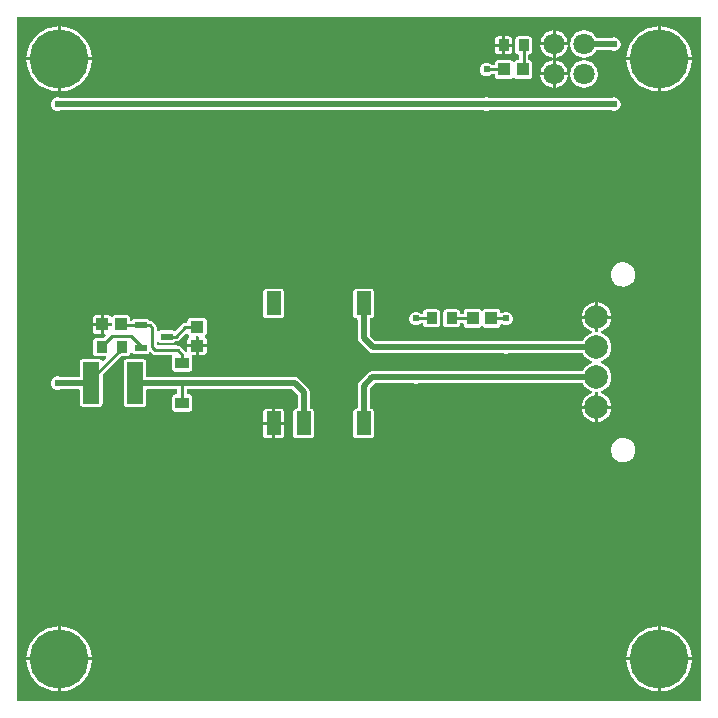
<source format=gtl>
G04 Layer: TopLayer*
G04 Panelize: , Column: 2, Row: 2, Board Size: 58.42mm x 58.42mm, Panelized Board Size: 118.84mm x 118.84mm*
G04 EasyEDA v6.5.34, 2023-08-21 18:11:39*
G04 6b8a08da89de4659a48f0417751e7769,5a6b42c53f6a479593ecc07194224c93,10*
G04 Gerber Generator version 0.2*
G04 Scale: 100 percent, Rotated: No, Reflected: No *
G04 Dimensions in millimeters *
G04 leading zeros omitted , absolute positions ,4 integer and 5 decimal *
%FSLAX45Y45*%
%MOMM*%

%AMMACRO1*21,1,$1,$2,0,0,$3*%
%ADD10C,0.2540*%
%ADD11C,0.5000*%
%ADD12R,1.1989X2.0000*%
%ADD13MACRO1,3.4992X1.4067X90.0000*%
%ADD14MACRO1,0.532X1.0375X-90.0000*%
%ADD15R,1.1500X0.9500*%
%ADD16R,1.1000X1.0000*%
%ADD17R,1.0000X1.1000*%
%ADD18R,0.8999X1.0000*%
%ADD19C,5.0000*%
%ADD20C,2.0000*%
%ADD21C,1.8000*%
%ADD22C,0.6096*%
%ADD23C,0.0113*%

%LPD*%
G36*
X5805932Y25908D02*
G01*
X36068Y26416D01*
X32156Y27178D01*
X28905Y29362D01*
X26670Y32664D01*
X25908Y36576D01*
X25908Y5805932D01*
X26670Y5809843D01*
X28905Y5813094D01*
X32156Y5815330D01*
X36068Y5816092D01*
X5805932Y5816092D01*
X5809843Y5815330D01*
X5813094Y5813094D01*
X5815330Y5809843D01*
X5816092Y5805932D01*
X5816092Y36068D01*
X5815330Y32207D01*
X5813094Y28905D01*
X5809843Y26670D01*
G37*

%LPC*%
G36*
X4584700Y5600700D02*
G01*
X4687112Y5600700D01*
X4686960Y5602528D01*
X4684268Y5616803D01*
X4679746Y5630672D01*
X4673549Y5643829D01*
X4665776Y5656122D01*
X4656480Y5667349D01*
X4645863Y5677306D01*
X4634077Y5685840D01*
X4621326Y5692851D01*
X4607814Y5698236D01*
X4593691Y5701842D01*
X4584700Y5702960D01*
G37*
G36*
X5448300Y105613D02*
G01*
X5448300Y368300D01*
X5185410Y368300D01*
X5187289Y346405D01*
X5191150Y323646D01*
X5196890Y301244D01*
X5204460Y279450D01*
X5213858Y258317D01*
X5224983Y238099D01*
X5237784Y218846D01*
X5252161Y200710D01*
X5267960Y183896D01*
X5285130Y168402D01*
X5303520Y154432D01*
X5323027Y142087D01*
X5343499Y131368D01*
X5364835Y122428D01*
X5386781Y115265D01*
X5409285Y109982D01*
X5432145Y106629D01*
G37*
G36*
X368300Y105613D02*
G01*
X368300Y368300D01*
X105410Y368300D01*
X107289Y346405D01*
X111150Y323646D01*
X116890Y301244D01*
X124460Y279450D01*
X133858Y258317D01*
X144983Y238099D01*
X157784Y218846D01*
X172161Y200710D01*
X187960Y183896D01*
X205130Y168402D01*
X223520Y154432D01*
X243027Y142087D01*
X263499Y131368D01*
X284835Y122428D01*
X306781Y115265D01*
X329285Y109982D01*
X352145Y106629D01*
G37*
G36*
X5473700Y393700D02*
G01*
X5736336Y393700D01*
X5735929Y404063D01*
X5733034Y427024D01*
X5728208Y449630D01*
X5721553Y471728D01*
X5713018Y493217D01*
X5702757Y513892D01*
X5690819Y533704D01*
X5677204Y552348D01*
X5662117Y569874D01*
X5645607Y586028D01*
X5627827Y600760D01*
X5608828Y613968D01*
X5588812Y625500D01*
X5567934Y635355D01*
X5546242Y643382D01*
X5523992Y649630D01*
X5501284Y653948D01*
X5478322Y656336D01*
X5473700Y656437D01*
G37*
G36*
X393700Y393700D02*
G01*
X656336Y393700D01*
X655929Y404063D01*
X653034Y427024D01*
X648208Y449630D01*
X641553Y471728D01*
X633018Y493217D01*
X622757Y513892D01*
X610819Y533704D01*
X597204Y552348D01*
X582117Y569874D01*
X565607Y586028D01*
X547827Y600760D01*
X528828Y613968D01*
X508812Y625500D01*
X487934Y635355D01*
X466242Y643382D01*
X443992Y649630D01*
X421284Y653948D01*
X398322Y656336D01*
X393700Y656437D01*
G37*
G36*
X5185410Y393700D02*
G01*
X5448300Y393700D01*
X5448300Y656386D01*
X5432145Y655370D01*
X5409285Y652018D01*
X5386781Y646734D01*
X5364835Y639572D01*
X5343499Y630631D01*
X5323027Y619912D01*
X5303520Y607568D01*
X5285130Y593598D01*
X5267960Y578104D01*
X5252161Y561289D01*
X5237784Y543153D01*
X5224983Y523900D01*
X5213858Y503682D01*
X5204460Y482549D01*
X5196890Y460756D01*
X5191150Y438353D01*
X5187289Y415594D01*
G37*
G36*
X105410Y393700D02*
G01*
X368300Y393700D01*
X368300Y656386D01*
X352145Y655370D01*
X329285Y652018D01*
X306781Y646734D01*
X284835Y639572D01*
X263499Y630631D01*
X243027Y619912D01*
X223520Y607568D01*
X205130Y593598D01*
X187960Y578104D01*
X172161Y561289D01*
X157784Y543153D01*
X144983Y523900D01*
X133858Y503682D01*
X124460Y482549D01*
X116890Y460756D01*
X111150Y438353D01*
X107289Y415594D01*
G37*
G36*
X5152745Y2046274D02*
G01*
X5166563Y2046732D01*
X5180177Y2049018D01*
X5193385Y2053132D01*
X5205933Y2058924D01*
X5217566Y2066391D01*
X5228082Y2075281D01*
X5237378Y2085543D01*
X5245201Y2096922D01*
X5251399Y2109216D01*
X5255920Y2122271D01*
X5258663Y2135835D01*
X5259628Y2149602D01*
X5258663Y2163368D01*
X5255920Y2176932D01*
X5251399Y2189937D01*
X5245201Y2202281D01*
X5237378Y2213660D01*
X5228082Y2223922D01*
X5217566Y2232812D01*
X5205933Y2240280D01*
X5193385Y2246071D01*
X5180177Y2250186D01*
X5166563Y2252472D01*
X5152745Y2252929D01*
X5139029Y2251557D01*
X5125618Y2248357D01*
X5112715Y2243378D01*
X5100574Y2236724D01*
X5089499Y2228545D01*
X5079542Y2218944D01*
X5071008Y2208123D01*
X5063947Y2196236D01*
X5058562Y2183536D01*
X5054904Y2170176D01*
X5053076Y2156510D01*
X5053076Y2142693D01*
X5054904Y2129028D01*
X5058562Y2115667D01*
X5063947Y2102967D01*
X5071008Y2091080D01*
X5079542Y2080260D01*
X5089499Y2070658D01*
X5100574Y2062480D01*
X5112715Y2055825D01*
X5125618Y2050846D01*
X5139029Y2047646D01*
G37*
G36*
X2209800Y2248966D02*
G01*
X2256485Y2248966D01*
X2262784Y2249678D01*
X2268270Y2251608D01*
X2273147Y2254707D01*
X2277262Y2258771D01*
X2280310Y2263698D01*
X2282240Y2269134D01*
X2282952Y2275484D01*
X2282952Y2362200D01*
X2209800Y2362200D01*
G37*
G36*
X2137714Y2248966D02*
G01*
X2184400Y2248966D01*
X2184400Y2362200D01*
X2111248Y2362200D01*
X2111248Y2275484D01*
X2111959Y2269134D01*
X2113889Y2263698D01*
X2116937Y2258771D01*
X2121052Y2254707D01*
X2125929Y2251608D01*
X2131415Y2249678D01*
G37*
G36*
X2391714Y2248966D02*
G01*
X2510485Y2248966D01*
X2516784Y2249678D01*
X2522270Y2251608D01*
X2527147Y2254707D01*
X2531262Y2258771D01*
X2534310Y2263698D01*
X2536240Y2269134D01*
X2536952Y2275484D01*
X2536952Y2474315D01*
X2536240Y2480665D01*
X2534310Y2486101D01*
X2531262Y2491028D01*
X2527147Y2495092D01*
X2522270Y2498191D01*
X2516784Y2500071D01*
X2511044Y2500731D01*
X2507488Y2501798D01*
X2504592Y2504084D01*
X2502662Y2507234D01*
X2502001Y2510840D01*
X2502001Y2641396D01*
X2501798Y2646019D01*
X2501239Y2650439D01*
X2500274Y2654757D01*
X2498953Y2659024D01*
X2497226Y2663088D01*
X2495194Y2667050D01*
X2492806Y2670810D01*
X2490114Y2674315D01*
X2486964Y2677769D01*
X2411831Y2752902D01*
X2408377Y2756052D01*
X2404872Y2758744D01*
X2401112Y2761132D01*
X2397150Y2763164D01*
X2393086Y2764891D01*
X2388819Y2766212D01*
X2384501Y2767177D01*
X2380081Y2767736D01*
X2375458Y2767939D01*
X1129944Y2767939D01*
X1126032Y2768701D01*
X1122730Y2770936D01*
X1120546Y2774238D01*
X1119784Y2778099D01*
X1119784Y2891434D01*
X1119073Y2897784D01*
X1117142Y2903220D01*
X1114094Y2908147D01*
X1109980Y2912211D01*
X1105103Y2915310D01*
X1099616Y2917190D01*
X1093317Y2917901D01*
X953769Y2917901D01*
X947470Y2917190D01*
X941984Y2915310D01*
X937107Y2912211D01*
X932992Y2908147D01*
X929894Y2903220D01*
X928014Y2897784D01*
X927303Y2891434D01*
X927303Y2542641D01*
X928014Y2536342D01*
X929894Y2530856D01*
X932992Y2525979D01*
X937107Y2521864D01*
X941984Y2518816D01*
X947470Y2516886D01*
X953769Y2516174D01*
X1093317Y2516174D01*
X1099616Y2516886D01*
X1105103Y2518816D01*
X1109980Y2521864D01*
X1114094Y2525979D01*
X1117142Y2530856D01*
X1119073Y2536342D01*
X1119784Y2542641D01*
X1119784Y2655976D01*
X1120546Y2659888D01*
X1122730Y2663139D01*
X1126032Y2665374D01*
X1129944Y2666136D01*
X1373632Y2666136D01*
X1377543Y2665374D01*
X1380794Y2663139D01*
X1383030Y2659888D01*
X1383792Y2655976D01*
X1383792Y2631389D01*
X1383030Y2627477D01*
X1380794Y2624175D01*
X1377543Y2621991D01*
X1373632Y2621229D01*
X1365453Y2621229D01*
X1359154Y2620518D01*
X1353667Y2618587D01*
X1348790Y2615488D01*
X1344676Y2611424D01*
X1341628Y2606497D01*
X1339697Y2601061D01*
X1338986Y2594711D01*
X1338986Y2500884D01*
X1339697Y2494534D01*
X1341628Y2489098D01*
X1344676Y2484170D01*
X1348790Y2480106D01*
X1353667Y2477008D01*
X1359154Y2475128D01*
X1365453Y2474417D01*
X1479346Y2474417D01*
X1485646Y2475128D01*
X1491132Y2477008D01*
X1496009Y2480106D01*
X1500124Y2484170D01*
X1503172Y2489098D01*
X1505102Y2494534D01*
X1505813Y2500884D01*
X1505813Y2594711D01*
X1505102Y2601061D01*
X1503172Y2606497D01*
X1500124Y2611424D01*
X1496009Y2615488D01*
X1491132Y2618587D01*
X1485646Y2620518D01*
X1479346Y2621229D01*
X1471168Y2621229D01*
X1467256Y2621991D01*
X1464005Y2624175D01*
X1461770Y2627477D01*
X1461008Y2631389D01*
X1461008Y2655976D01*
X1461770Y2659888D01*
X1464005Y2663139D01*
X1467256Y2665374D01*
X1471168Y2666136D01*
X2350363Y2666136D01*
X2354275Y2665374D01*
X2357526Y2663139D01*
X2397201Y2623464D01*
X2399436Y2620213D01*
X2400198Y2616301D01*
X2400198Y2510840D01*
X2399538Y2507234D01*
X2397607Y2504084D01*
X2394712Y2501798D01*
X2391156Y2500731D01*
X2385415Y2500071D01*
X2379929Y2498191D01*
X2375052Y2495092D01*
X2370937Y2491028D01*
X2367889Y2486101D01*
X2365959Y2480665D01*
X2365248Y2474315D01*
X2365248Y2275484D01*
X2365959Y2269134D01*
X2367889Y2263698D01*
X2370937Y2258771D01*
X2375052Y2254707D01*
X2379929Y2251608D01*
X2385415Y2249678D01*
G37*
G36*
X2899714Y2248966D02*
G01*
X3018485Y2248966D01*
X3024784Y2249678D01*
X3030270Y2251608D01*
X3035147Y2254707D01*
X3039262Y2258771D01*
X3042310Y2263698D01*
X3044240Y2269134D01*
X3044952Y2275484D01*
X3044952Y2474315D01*
X3044240Y2480665D01*
X3042310Y2486101D01*
X3039262Y2491028D01*
X3035147Y2495092D01*
X3030270Y2498191D01*
X3024784Y2500071D01*
X3019044Y2500731D01*
X3015488Y2501798D01*
X3012592Y2504084D01*
X3010662Y2507234D01*
X3010001Y2510840D01*
X3010001Y2667101D01*
X3010763Y2671013D01*
X3012998Y2674264D01*
X3050895Y2712161D01*
X3054197Y2714396D01*
X3058058Y2715158D01*
X3377692Y2715260D01*
X3382010Y2714294D01*
X3384296Y2713228D01*
X3393795Y2710688D01*
X3403600Y2709824D01*
X3413353Y2710688D01*
X3422853Y2713228D01*
X3425190Y2714294D01*
X3429508Y2715260D01*
X4809794Y2715158D01*
X4813604Y2714447D01*
X4816856Y2712313D01*
X4827625Y2694635D01*
X4836972Y2682697D01*
X4847742Y2671927D01*
X4859680Y2662580D01*
X4872736Y2654706D01*
X4886655Y2648458D01*
X4889804Y2646222D01*
X4891887Y2642971D01*
X4892649Y2639161D01*
X4891887Y2635351D01*
X4889804Y2632151D01*
X4886655Y2629916D01*
X4872736Y2623616D01*
X4859680Y2615793D01*
X4847742Y2606395D01*
X4836972Y2595626D01*
X4827625Y2583688D01*
X4819751Y2570683D01*
X4813503Y2556814D01*
X4808982Y2542286D01*
X4806238Y2527350D01*
X4806086Y2524861D01*
X4918506Y2524861D01*
X4918506Y2630271D01*
X4919268Y2634132D01*
X4921504Y2637434D01*
X4924806Y2639618D01*
X4928666Y2640431D01*
X4933746Y2640431D01*
X4937658Y2639618D01*
X4940960Y2637434D01*
X4943144Y2634132D01*
X4943906Y2630271D01*
X4943906Y2524861D01*
X5056327Y2524861D01*
X5056174Y2527350D01*
X5053431Y2542286D01*
X5048910Y2556814D01*
X5042662Y2570683D01*
X5034838Y2583688D01*
X5025440Y2595626D01*
X5014722Y2606395D01*
X5002733Y2615793D01*
X4989728Y2623616D01*
X4975809Y2629916D01*
X4972659Y2632151D01*
X4970526Y2635351D01*
X4969814Y2639161D01*
X4970526Y2642971D01*
X4972659Y2646222D01*
X4975809Y2648458D01*
X4989728Y2654706D01*
X5002733Y2662580D01*
X5014722Y2671927D01*
X5025440Y2682697D01*
X5034838Y2694635D01*
X5042662Y2707690D01*
X5048910Y2721508D01*
X5053431Y2736037D01*
X5056174Y2750972D01*
X5057089Y2766161D01*
X5056174Y2781350D01*
X5053431Y2796286D01*
X5048910Y2810814D01*
X5042662Y2824683D01*
X5034838Y2837688D01*
X5025440Y2849626D01*
X5014722Y2860395D01*
X5002733Y2869793D01*
X4989728Y2877616D01*
X4975809Y2883916D01*
X4972659Y2886151D01*
X4970526Y2889351D01*
X4969814Y2893161D01*
X4970526Y2896971D01*
X4972659Y2900222D01*
X4975809Y2902458D01*
X4989728Y2908706D01*
X5002733Y2916580D01*
X5014722Y2925927D01*
X5025440Y2936697D01*
X5034838Y2948635D01*
X5042662Y2961690D01*
X5048910Y2975508D01*
X5053431Y2990037D01*
X5056174Y3004972D01*
X5057089Y3020161D01*
X5056174Y3035350D01*
X5053431Y3050286D01*
X5048910Y3064814D01*
X5042662Y3078683D01*
X5034838Y3091688D01*
X5025440Y3103626D01*
X5014722Y3114395D01*
X5002733Y3123793D01*
X4989728Y3131616D01*
X4975809Y3137916D01*
X4972659Y3140151D01*
X4970526Y3143351D01*
X4969814Y3147161D01*
X4970526Y3150971D01*
X4972659Y3154222D01*
X4975809Y3156458D01*
X4989728Y3162706D01*
X5002733Y3170580D01*
X5014722Y3179927D01*
X5025440Y3190697D01*
X5034838Y3202635D01*
X5042662Y3215690D01*
X5048910Y3229508D01*
X5053431Y3244037D01*
X5056174Y3258972D01*
X5056327Y3261461D01*
X4943906Y3261461D01*
X4943906Y3156102D01*
X4943144Y3152190D01*
X4940960Y3148888D01*
X4937658Y3146704D01*
X4933746Y3145942D01*
X4928666Y3145942D01*
X4924806Y3146704D01*
X4921504Y3148888D01*
X4919268Y3152190D01*
X4918506Y3156102D01*
X4918506Y3261461D01*
X4806086Y3261461D01*
X4806238Y3258972D01*
X4808982Y3244037D01*
X4813503Y3229508D01*
X4819751Y3215690D01*
X4827625Y3202635D01*
X4836972Y3190697D01*
X4847742Y3179927D01*
X4859680Y3170580D01*
X4872736Y3162706D01*
X4886655Y3156458D01*
X4889804Y3154222D01*
X4891887Y3150971D01*
X4892649Y3147161D01*
X4891887Y3143351D01*
X4889804Y3140151D01*
X4886655Y3137916D01*
X4872736Y3131616D01*
X4859680Y3123793D01*
X4847742Y3114395D01*
X4836972Y3103626D01*
X4827625Y3091688D01*
X4819751Y3078683D01*
X4818989Y3076956D01*
X4816754Y3073806D01*
X4813503Y3071723D01*
X4809693Y3070961D01*
X4191508Y3071063D01*
X4187190Y3072028D01*
X4184853Y3073095D01*
X4175353Y3075635D01*
X4165600Y3076498D01*
X4155795Y3075635D01*
X4146296Y3073095D01*
X4143959Y3072028D01*
X4139692Y3071063D01*
X3063138Y3070961D01*
X3059226Y3071723D01*
X3055924Y3073958D01*
X3012998Y3116935D01*
X3010763Y3120186D01*
X3010001Y3124098D01*
X3010001Y3254959D01*
X3010662Y3258565D01*
X3012592Y3261715D01*
X3015488Y3264001D01*
X3019044Y3265068D01*
X3024784Y3265678D01*
X3030270Y3267608D01*
X3035147Y3270707D01*
X3039262Y3274771D01*
X3042310Y3279698D01*
X3044240Y3285134D01*
X3044952Y3291484D01*
X3044952Y3490315D01*
X3044240Y3496665D01*
X3042310Y3502101D01*
X3039262Y3507028D01*
X3035147Y3511092D01*
X3030270Y3514191D01*
X3024784Y3516071D01*
X3018485Y3516782D01*
X2899714Y3516782D01*
X2893415Y3516071D01*
X2887929Y3514191D01*
X2883052Y3511092D01*
X2878937Y3507028D01*
X2875889Y3502101D01*
X2873959Y3496665D01*
X2873248Y3490315D01*
X2873248Y3291484D01*
X2873959Y3285134D01*
X2875889Y3279698D01*
X2878937Y3274771D01*
X2883052Y3270707D01*
X2887929Y3267608D01*
X2893415Y3265678D01*
X2899156Y3265068D01*
X2902712Y3264001D01*
X2905607Y3261715D01*
X2907538Y3258565D01*
X2908198Y3254959D01*
X2908198Y3099003D01*
X2908401Y3094380D01*
X2908960Y3089960D01*
X2909925Y3085642D01*
X2911246Y3081375D01*
X2912973Y3077311D01*
X2915005Y3073349D01*
X2917393Y3069590D01*
X2920085Y3066084D01*
X2923235Y3062630D01*
X3001670Y2984195D01*
X3005124Y2981045D01*
X3008630Y2978353D01*
X3012389Y2975965D01*
X3016351Y2973933D01*
X3020415Y2972206D01*
X3024682Y2970885D01*
X3029000Y2969920D01*
X3033420Y2969361D01*
X3038043Y2969158D01*
X4139692Y2969260D01*
X4143959Y2968294D01*
X4146296Y2967228D01*
X4155795Y2964688D01*
X4165600Y2963824D01*
X4175353Y2964688D01*
X4184853Y2967228D01*
X4187190Y2968294D01*
X4191508Y2969260D01*
X4809794Y2969158D01*
X4813604Y2968447D01*
X4816856Y2966313D01*
X4827625Y2948635D01*
X4836972Y2936697D01*
X4847742Y2925927D01*
X4859680Y2916580D01*
X4872736Y2908706D01*
X4886655Y2902458D01*
X4889804Y2900222D01*
X4891887Y2896971D01*
X4892649Y2893161D01*
X4891887Y2889351D01*
X4889804Y2886151D01*
X4886655Y2883916D01*
X4872736Y2877616D01*
X4859680Y2869793D01*
X4847742Y2860395D01*
X4836972Y2849626D01*
X4827625Y2837688D01*
X4819751Y2824683D01*
X4818989Y2822956D01*
X4816754Y2819806D01*
X4813503Y2817723D01*
X4809693Y2816961D01*
X3429508Y2817063D01*
X3425190Y2818028D01*
X3422853Y2819095D01*
X3413353Y2821635D01*
X3403600Y2822498D01*
X3393795Y2821635D01*
X3384296Y2819095D01*
X3381959Y2818028D01*
X3377692Y2817063D01*
X3032963Y2816961D01*
X3028340Y2816758D01*
X3023920Y2816199D01*
X3019602Y2815234D01*
X3015335Y2813862D01*
X3011271Y2812186D01*
X3007309Y2810154D01*
X3003550Y2807766D01*
X3000044Y2805023D01*
X2996590Y2801924D01*
X2923235Y2728569D01*
X2920085Y2725115D01*
X2917393Y2721610D01*
X2915005Y2717850D01*
X2912973Y2713888D01*
X2911246Y2709824D01*
X2909925Y2705557D01*
X2908960Y2701239D01*
X2908401Y2696819D01*
X2908198Y2692196D01*
X2908198Y2510840D01*
X2907538Y2507234D01*
X2905607Y2504084D01*
X2902712Y2501798D01*
X2899156Y2500731D01*
X2893415Y2500071D01*
X2887929Y2498191D01*
X2883052Y2495092D01*
X2878937Y2491028D01*
X2875889Y2486101D01*
X2873959Y2480665D01*
X2873248Y2474315D01*
X2873248Y2275484D01*
X2873959Y2269134D01*
X2875889Y2263698D01*
X2878937Y2258771D01*
X2883052Y2254707D01*
X2887929Y2251608D01*
X2893415Y2249678D01*
G37*
G36*
X4918506Y2387041D02*
G01*
X4918506Y2499461D01*
X4806086Y2499461D01*
X4806238Y2496972D01*
X4808982Y2482037D01*
X4813503Y2467508D01*
X4819751Y2453690D01*
X4827625Y2440635D01*
X4836972Y2428697D01*
X4847742Y2417927D01*
X4859680Y2408580D01*
X4872736Y2400706D01*
X4886553Y2394458D01*
X4901082Y2389936D01*
X4916017Y2387193D01*
G37*
G36*
X4943906Y2387041D02*
G01*
X4946396Y2387193D01*
X4961331Y2389936D01*
X4975860Y2394458D01*
X4989728Y2400706D01*
X5002733Y2408580D01*
X5014722Y2417927D01*
X5025440Y2428697D01*
X5034838Y2440635D01*
X5042662Y2453690D01*
X5048910Y2467508D01*
X5053431Y2482037D01*
X5056174Y2496972D01*
X5056327Y2499461D01*
X4943906Y2499461D01*
G37*
G36*
X2111248Y2387600D02*
G01*
X2184400Y2387600D01*
X2184400Y2500782D01*
X2137714Y2500782D01*
X2131415Y2500071D01*
X2125929Y2498191D01*
X2121052Y2495092D01*
X2116937Y2491028D01*
X2113889Y2486101D01*
X2111959Y2480665D01*
X2111248Y2474315D01*
G37*
G36*
X2209800Y2387600D02*
G01*
X2282952Y2387600D01*
X2282952Y2474315D01*
X2282240Y2480665D01*
X2280310Y2486101D01*
X2277262Y2491028D01*
X2273147Y2495092D01*
X2268270Y2498191D01*
X2262784Y2500071D01*
X2256485Y2500782D01*
X2209800Y2500782D01*
G37*
G36*
X583082Y2516174D02*
G01*
X722630Y2516174D01*
X728929Y2516886D01*
X734415Y2518816D01*
X739292Y2521864D01*
X743407Y2525979D01*
X746506Y2530856D01*
X748385Y2536342D01*
X749096Y2542641D01*
X749096Y2785821D01*
X749909Y2789682D01*
X752094Y2792984D01*
X902055Y2942945D01*
X905357Y2945180D01*
X909269Y2945942D01*
X954938Y2945942D01*
X961237Y2946654D01*
X966673Y2948584D01*
X971600Y2951632D01*
X975664Y2955747D01*
X978763Y2960624D01*
X980694Y2966110D01*
X981964Y2971342D01*
X984351Y2974289D01*
X987602Y2976219D01*
X991362Y2976778D01*
X995019Y2975914D01*
X998169Y2973781D01*
X1002995Y2968955D01*
X1007871Y2965856D01*
X1013358Y2963976D01*
X1019657Y2963265D01*
X1122273Y2963265D01*
X1128623Y2963976D01*
X1134059Y2965856D01*
X1138986Y2968955D01*
X1143050Y2973019D01*
X1146251Y2976930D01*
X1149502Y2978607D01*
X1153109Y2979013D01*
X1156614Y2978099D01*
X1159611Y2976016D01*
X1166114Y2969514D01*
X1172362Y2964383D01*
X1179017Y2960827D01*
X1186281Y2958642D01*
X1194308Y2957830D01*
X1331772Y2957830D01*
X1335582Y2957118D01*
X1338783Y2955036D01*
X1341018Y2951886D01*
X1341932Y2948127D01*
X1341374Y2944317D01*
X1339697Y2939542D01*
X1338986Y2933242D01*
X1338986Y2839364D01*
X1339697Y2833065D01*
X1341628Y2827578D01*
X1344676Y2822702D01*
X1348790Y2818587D01*
X1353667Y2815539D01*
X1359154Y2813608D01*
X1365453Y2812897D01*
X1479346Y2812897D01*
X1485646Y2813608D01*
X1491132Y2815539D01*
X1496009Y2818587D01*
X1500124Y2822702D01*
X1503172Y2827578D01*
X1505102Y2833065D01*
X1505813Y2839364D01*
X1505813Y2933242D01*
X1505102Y2939542D01*
X1504238Y2942082D01*
X1503680Y2945892D01*
X1504543Y2949651D01*
X1506778Y2952750D01*
X1510030Y2954883D01*
X1513789Y2955594D01*
X1536700Y2955594D01*
X1536700Y3018790D01*
X1468475Y3018790D01*
X1468475Y2991053D01*
X1467662Y2986989D01*
X1465275Y2983636D01*
X1461770Y2981502D01*
X1457655Y2980893D01*
X1453692Y2982010D01*
X1450492Y2984601D01*
X1449324Y2986024D01*
X1411935Y3023412D01*
X1405737Y3028492D01*
X1399032Y3032099D01*
X1391818Y3034284D01*
X1383792Y3035046D01*
X1217168Y3035046D01*
X1213256Y3035858D01*
X1210005Y3038043D01*
X1207770Y3041345D01*
X1207008Y3045206D01*
X1207008Y3055772D01*
X1207922Y3059988D01*
X1210462Y3063392D01*
X1214221Y3065475D01*
X1218539Y3065830D01*
X1222552Y3064357D01*
X1228140Y3060852D01*
X1233576Y3058972D01*
X1239926Y3058261D01*
X1342542Y3058261D01*
X1348841Y3058972D01*
X1354328Y3060852D01*
X1359154Y3063900D01*
X1364234Y3069082D01*
X1367129Y3071164D01*
X1370533Y3072079D01*
X1379118Y3072942D01*
X1386332Y3075127D01*
X1393037Y3078683D01*
X1399235Y3083814D01*
X1453083Y3137662D01*
X1456486Y3139897D01*
X1460500Y3140608D01*
X1464462Y3139744D01*
X1467764Y3137306D01*
X1469847Y3133852D01*
X1471117Y3130296D01*
X1474216Y3125368D01*
X1478280Y3121304D01*
X1480159Y3120085D01*
X1483106Y3117291D01*
X1484731Y3113532D01*
X1484731Y3109468D01*
X1483106Y3105708D01*
X1480159Y3102914D01*
X1478280Y3101695D01*
X1474216Y3097631D01*
X1471117Y3092704D01*
X1469186Y3087268D01*
X1468475Y3080918D01*
X1468475Y3044190D01*
X1536700Y3044190D01*
X1536700Y3105404D01*
X1537462Y3109315D01*
X1539697Y3112617D01*
X1542948Y3114802D01*
X1546860Y3115564D01*
X1551940Y3115564D01*
X1555851Y3114802D01*
X1559102Y3112617D01*
X1561338Y3109315D01*
X1562100Y3105404D01*
X1562100Y3044190D01*
X1630324Y3044190D01*
X1630324Y3080918D01*
X1629613Y3087268D01*
X1627682Y3092704D01*
X1624584Y3097631D01*
X1620520Y3101695D01*
X1618640Y3102914D01*
X1615694Y3105708D01*
X1614068Y3109468D01*
X1614068Y3113532D01*
X1615694Y3117291D01*
X1618640Y3120085D01*
X1620520Y3121304D01*
X1624584Y3125368D01*
X1627682Y3130296D01*
X1629613Y3135731D01*
X1630324Y3142081D01*
X1630324Y3240938D01*
X1629613Y3247237D01*
X1627682Y3252724D01*
X1624584Y3257600D01*
X1620520Y3261715D01*
X1615592Y3264763D01*
X1610156Y3266694D01*
X1603806Y3267405D01*
X1494993Y3267405D01*
X1488643Y3266694D01*
X1483207Y3264763D01*
X1478280Y3261715D01*
X1474216Y3257600D01*
X1471117Y3252724D01*
X1469186Y3247237D01*
X1468475Y3239516D01*
X1467713Y3235655D01*
X1465529Y3232353D01*
X1462227Y3230118D01*
X1458315Y3229356D01*
X1452067Y3229356D01*
X1444040Y3228543D01*
X1436827Y3226358D01*
X1430172Y3222802D01*
X1423924Y3217722D01*
X1367739Y3161538D01*
X1364996Y3159556D01*
X1361694Y3158591D01*
X1358341Y3158794D01*
X1354328Y3160623D01*
X1348841Y3162554D01*
X1342542Y3163265D01*
X1239926Y3163265D01*
X1233576Y3162554D01*
X1228140Y3160623D01*
X1222552Y3157118D01*
X1218539Y3155696D01*
X1214221Y3156000D01*
X1210462Y3158083D01*
X1207922Y3161538D01*
X1207008Y3165754D01*
X1207008Y3186480D01*
X1206195Y3194456D01*
X1204010Y3201720D01*
X1200454Y3208375D01*
X1195324Y3214624D01*
X1177239Y3232708D01*
X1171041Y3237788D01*
X1164386Y3241344D01*
X1157122Y3243580D01*
X1150366Y3244240D01*
X1146962Y3245205D01*
X1144066Y3247237D01*
X1138885Y3252622D01*
X1134059Y3255619D01*
X1128623Y3257550D01*
X1122273Y3258261D01*
X1019657Y3258261D01*
X1013358Y3257550D01*
X1007871Y3255619D01*
X1002995Y3252571D01*
X998728Y3248304D01*
X995426Y3246120D01*
X991565Y3245358D01*
X987653Y3246120D01*
X984351Y3248304D01*
X982167Y3251606D01*
X981405Y3255517D01*
X981405Y3267506D01*
X980694Y3273856D01*
X978763Y3279292D01*
X975715Y3284220D01*
X971600Y3288284D01*
X966724Y3291382D01*
X961237Y3293313D01*
X954938Y3294024D01*
X856081Y3294024D01*
X849731Y3293313D01*
X844296Y3291382D01*
X839368Y3288284D01*
X835304Y3284220D01*
X834085Y3282340D01*
X831291Y3279394D01*
X827532Y3277768D01*
X823468Y3277768D01*
X819708Y3279394D01*
X816914Y3282340D01*
X815695Y3284220D01*
X811631Y3288284D01*
X806704Y3291382D01*
X801268Y3293313D01*
X794918Y3294024D01*
X758190Y3294024D01*
X758190Y3225800D01*
X819403Y3225800D01*
X823315Y3225038D01*
X826617Y3222802D01*
X828802Y3219500D01*
X829564Y3215640D01*
X829564Y3210560D01*
X828802Y3206648D01*
X826617Y3203346D01*
X823315Y3201162D01*
X819403Y3200400D01*
X758190Y3200400D01*
X758190Y3132175D01*
X767080Y3132175D01*
X770940Y3131413D01*
X774242Y3129229D01*
X776427Y3125927D01*
X777240Y3122015D01*
X776427Y3118154D01*
X774242Y3114852D01*
X760120Y3100730D01*
X756818Y3098546D01*
X752957Y3097733D01*
X696061Y3097733D01*
X689762Y3097022D01*
X684276Y3095142D01*
X679399Y3092043D01*
X675284Y3087979D01*
X672185Y3083052D01*
X670306Y3077616D01*
X669594Y3071266D01*
X669594Y2972409D01*
X670306Y2966110D01*
X672185Y2960624D01*
X675284Y2955747D01*
X679399Y2951632D01*
X684276Y2948584D01*
X689762Y2946654D01*
X696061Y2945942D01*
X771296Y2945942D01*
X775208Y2945180D01*
X778510Y2942945D01*
X780694Y2939643D01*
X781456Y2935782D01*
X780694Y2931871D01*
X778510Y2928620D01*
X757885Y2907995D01*
X754583Y2905810D01*
X750722Y2905048D01*
X746810Y2905810D01*
X743559Y2907995D01*
X739292Y2912211D01*
X734415Y2915310D01*
X728929Y2917190D01*
X722630Y2917901D01*
X583082Y2917901D01*
X576783Y2917190D01*
X571296Y2915310D01*
X566420Y2912211D01*
X562305Y2908147D01*
X559257Y2903220D01*
X557326Y2897784D01*
X556615Y2891434D01*
X556615Y2778099D01*
X555853Y2774238D01*
X553669Y2770936D01*
X550367Y2768701D01*
X546455Y2767939D01*
X394208Y2767939D01*
X389940Y2768904D01*
X387553Y2769971D01*
X378104Y2772511D01*
X368300Y2773375D01*
X358495Y2772511D01*
X349046Y2769971D01*
X340106Y2765856D01*
X332079Y2760218D01*
X325120Y2753258D01*
X319481Y2745232D01*
X315366Y2736291D01*
X312826Y2726842D01*
X311962Y2717038D01*
X312826Y2707233D01*
X315366Y2697784D01*
X319481Y2688844D01*
X325120Y2680817D01*
X332079Y2673858D01*
X340106Y2668219D01*
X349046Y2664104D01*
X358495Y2661564D01*
X368300Y2660700D01*
X378104Y2661564D01*
X387553Y2664104D01*
X389890Y2665171D01*
X394208Y2666136D01*
X546455Y2666136D01*
X550367Y2665374D01*
X553669Y2663139D01*
X555853Y2659837D01*
X556615Y2655976D01*
X556615Y2542641D01*
X557326Y2536342D01*
X559257Y2530856D01*
X562305Y2525979D01*
X566420Y2521864D01*
X571296Y2518816D01*
X576783Y2516886D01*
G37*
G36*
X1562100Y2955594D02*
G01*
X1603806Y2955594D01*
X1610156Y2956306D01*
X1615592Y2958236D01*
X1620520Y2961284D01*
X1624584Y2965399D01*
X1627682Y2970276D01*
X1629613Y2975762D01*
X1630324Y2982061D01*
X1630324Y3018790D01*
X1562100Y3018790D01*
G37*
G36*
X696061Y3132175D02*
G01*
X732790Y3132175D01*
X732790Y3200400D01*
X669594Y3200400D01*
X669594Y3158642D01*
X670306Y3152343D01*
X672236Y3146856D01*
X675284Y3141980D01*
X679399Y3137865D01*
X684276Y3134817D01*
X689762Y3132886D01*
G37*
G36*
X3832961Y3182975D02*
G01*
X3931818Y3182975D01*
X3938168Y3183686D01*
X3943604Y3185617D01*
X3948480Y3188665D01*
X3952595Y3192780D01*
X3953764Y3194659D01*
X3956608Y3197606D01*
X3960368Y3199231D01*
X3964432Y3199231D01*
X3968191Y3197606D01*
X3970985Y3194659D01*
X3972153Y3192780D01*
X3976268Y3188665D01*
X3981145Y3185617D01*
X3986631Y3183686D01*
X3992930Y3182975D01*
X4091787Y3182975D01*
X4098137Y3183686D01*
X4103573Y3185617D01*
X4108500Y3188665D01*
X4112564Y3192780D01*
X4115663Y3197656D01*
X4117594Y3203143D01*
X4118356Y3210052D01*
X4119626Y3213963D01*
X4122420Y3217062D01*
X4126179Y3218789D01*
X4130344Y3218891D01*
X4134154Y3217316D01*
X4137355Y3215132D01*
X4146296Y3210966D01*
X4155795Y3208426D01*
X4165600Y3207562D01*
X4175353Y3208426D01*
X4184853Y3210966D01*
X4193743Y3215081D01*
X4201820Y3220720D01*
X4208729Y3227679D01*
X4214368Y3235706D01*
X4218533Y3244646D01*
X4221073Y3254095D01*
X4221937Y3263900D01*
X4221073Y3273704D01*
X4218533Y3283153D01*
X4214368Y3292094D01*
X4208729Y3300120D01*
X4201820Y3307079D01*
X4193743Y3312718D01*
X4184853Y3316833D01*
X4175353Y3319373D01*
X4165600Y3320237D01*
X4155795Y3319373D01*
X4146296Y3316833D01*
X4137406Y3312718D01*
X4134256Y3310483D01*
X4130446Y3308858D01*
X4126280Y3308908D01*
X4122470Y3310636D01*
X4119676Y3313734D01*
X4118356Y3317697D01*
X4117594Y3324656D01*
X4115663Y3330092D01*
X4112564Y3335020D01*
X4108500Y3339084D01*
X4103573Y3342182D01*
X4098137Y3344113D01*
X4091787Y3344824D01*
X3992930Y3344824D01*
X3986631Y3344113D01*
X3981145Y3342182D01*
X3976268Y3339084D01*
X3972153Y3335020D01*
X3970985Y3333140D01*
X3968191Y3330194D01*
X3964432Y3328568D01*
X3960368Y3328568D01*
X3956608Y3330194D01*
X3953764Y3333140D01*
X3952595Y3335020D01*
X3948480Y3339084D01*
X3943604Y3342182D01*
X3938168Y3344113D01*
X3931818Y3344824D01*
X3832961Y3344824D01*
X3826662Y3344113D01*
X3821176Y3342182D01*
X3816299Y3339084D01*
X3812184Y3335020D01*
X3809085Y3330092D01*
X3807206Y3324656D01*
X3806494Y3318306D01*
X3806494Y3312668D01*
X3805732Y3308756D01*
X3803497Y3305454D01*
X3800195Y3303270D01*
X3796334Y3302508D01*
X3785565Y3302508D01*
X3781907Y3303168D01*
X3778707Y3305149D01*
X3776472Y3308096D01*
X3775456Y3311651D01*
X3774643Y3319729D01*
X3772763Y3325114D01*
X3769664Y3329990D01*
X3765600Y3334105D01*
X3760673Y3337153D01*
X3755237Y3339084D01*
X3748887Y3339795D01*
X3660038Y3339795D01*
X3653739Y3339084D01*
X3648252Y3337153D01*
X3643376Y3334105D01*
X3639261Y3329990D01*
X3636213Y3325114D01*
X3634282Y3319627D01*
X3633571Y3313328D01*
X3633571Y3214471D01*
X3634282Y3208121D01*
X3636213Y3202686D01*
X3639261Y3197758D01*
X3643376Y3193694D01*
X3648252Y3190595D01*
X3653739Y3188716D01*
X3660038Y3188004D01*
X3748887Y3188004D01*
X3755237Y3188716D01*
X3760673Y3190595D01*
X3765600Y3193694D01*
X3769664Y3197758D01*
X3772763Y3202686D01*
X3774643Y3208070D01*
X3775456Y3216097D01*
X3776472Y3219704D01*
X3778707Y3222650D01*
X3781907Y3224580D01*
X3785565Y3225292D01*
X3796334Y3225292D01*
X3800195Y3224530D01*
X3803497Y3222294D01*
X3805732Y3218992D01*
X3806494Y3215132D01*
X3806494Y3209442D01*
X3807206Y3203143D01*
X3809085Y3197656D01*
X3812184Y3192780D01*
X3816299Y3188665D01*
X3821176Y3185617D01*
X3826662Y3183686D01*
G37*
G36*
X3490061Y3188004D02*
G01*
X3578910Y3188004D01*
X3585210Y3188716D01*
X3590696Y3190595D01*
X3595573Y3193694D01*
X3599687Y3197758D01*
X3602786Y3202686D01*
X3604666Y3208121D01*
X3605377Y3214471D01*
X3605377Y3313328D01*
X3604666Y3319627D01*
X3602786Y3325114D01*
X3599687Y3329990D01*
X3595573Y3334105D01*
X3590696Y3337153D01*
X3585210Y3339084D01*
X3578910Y3339795D01*
X3490061Y3339795D01*
X3483711Y3339084D01*
X3478276Y3337153D01*
X3473399Y3334105D01*
X3469284Y3329990D01*
X3466185Y3325114D01*
X3464306Y3319729D01*
X3463544Y3311651D01*
X3462477Y3308096D01*
X3460242Y3305149D01*
X3457092Y3303168D01*
X3453434Y3302508D01*
X3448558Y3302508D01*
X3444697Y3303270D01*
X3441395Y3305454D01*
X3439820Y3307079D01*
X3431743Y3312718D01*
X3422853Y3316833D01*
X3413353Y3319373D01*
X3403600Y3320237D01*
X3393795Y3319373D01*
X3384296Y3316833D01*
X3375406Y3312718D01*
X3367379Y3307079D01*
X3360420Y3300120D01*
X3354781Y3292094D01*
X3350615Y3283153D01*
X3348075Y3273704D01*
X3347262Y3263900D01*
X3348075Y3254095D01*
X3350615Y3244646D01*
X3354781Y3235706D01*
X3360420Y3227679D01*
X3367379Y3220720D01*
X3375406Y3215081D01*
X3384296Y3210966D01*
X3393795Y3208426D01*
X3403600Y3207562D01*
X3413353Y3208426D01*
X3422853Y3210966D01*
X3431743Y3215081D01*
X3439820Y3220720D01*
X3441395Y3222294D01*
X3444697Y3224530D01*
X3448558Y3225292D01*
X3453434Y3225292D01*
X3457092Y3224580D01*
X3460242Y3222650D01*
X3462477Y3219704D01*
X3463544Y3216097D01*
X3464306Y3208070D01*
X3466185Y3202686D01*
X3469284Y3197758D01*
X3473399Y3193694D01*
X3478276Y3190595D01*
X3483711Y3188716D01*
G37*
G36*
X5473700Y105562D02*
G01*
X5478322Y105664D01*
X5501284Y108051D01*
X5523992Y112369D01*
X5546242Y118618D01*
X5567934Y126644D01*
X5588812Y136499D01*
X5608828Y148031D01*
X5627827Y161239D01*
X5645607Y175971D01*
X5662117Y192125D01*
X5677204Y209600D01*
X5690819Y228295D01*
X5702757Y248107D01*
X5713018Y268782D01*
X5721553Y290271D01*
X5728208Y312369D01*
X5733034Y334975D01*
X5735929Y357936D01*
X5736336Y368300D01*
X5473700Y368300D01*
G37*
G36*
X669594Y3225800D02*
G01*
X732790Y3225800D01*
X732790Y3294024D01*
X696061Y3294024D01*
X689762Y3293313D01*
X684276Y3291382D01*
X679399Y3288284D01*
X675284Y3284220D01*
X672236Y3279292D01*
X670306Y3273856D01*
X669594Y3267506D01*
G37*
G36*
X2137714Y3264966D02*
G01*
X2256485Y3264966D01*
X2262784Y3265678D01*
X2268270Y3267608D01*
X2273147Y3270707D01*
X2277262Y3274771D01*
X2280310Y3279698D01*
X2282240Y3285134D01*
X2282952Y3291484D01*
X2282952Y3490315D01*
X2282240Y3496665D01*
X2280310Y3502101D01*
X2277262Y3507028D01*
X2273147Y3511092D01*
X2268270Y3514191D01*
X2262784Y3516071D01*
X2256485Y3516782D01*
X2137714Y3516782D01*
X2131415Y3516071D01*
X2125929Y3514191D01*
X2121052Y3511092D01*
X2116937Y3507028D01*
X2113889Y3502101D01*
X2111959Y3496665D01*
X2111248Y3490315D01*
X2111248Y3291484D01*
X2111959Y3285134D01*
X2113889Y3279698D01*
X2116937Y3274771D01*
X2121052Y3270707D01*
X2125929Y3267608D01*
X2131415Y3265678D01*
G37*
G36*
X4806086Y3286861D02*
G01*
X4918506Y3286861D01*
X4918506Y3399282D01*
X4916017Y3399129D01*
X4901082Y3396386D01*
X4886553Y3391865D01*
X4872736Y3385616D01*
X4859680Y3377793D01*
X4847742Y3368395D01*
X4836972Y3357626D01*
X4827625Y3345687D01*
X4819751Y3332683D01*
X4813503Y3318814D01*
X4808982Y3304286D01*
X4806238Y3289350D01*
G37*
G36*
X393700Y105562D02*
G01*
X398322Y105664D01*
X421284Y108051D01*
X443992Y112369D01*
X466242Y118618D01*
X487934Y126644D01*
X508812Y136499D01*
X528828Y148031D01*
X547827Y161239D01*
X565607Y175971D01*
X582117Y192125D01*
X597204Y209600D01*
X610819Y228295D01*
X622757Y248107D01*
X633018Y268782D01*
X641553Y290271D01*
X648208Y312369D01*
X653034Y334975D01*
X655929Y357936D01*
X656336Y368300D01*
X393700Y368300D01*
G37*
G36*
X5152745Y3533343D02*
G01*
X5166563Y3533851D01*
X5180177Y3536137D01*
X5193385Y3540201D01*
X5205933Y3546043D01*
X5217566Y3553460D01*
X5228082Y3562400D01*
X5237378Y3572611D01*
X5245201Y3583990D01*
X5251399Y3596335D01*
X5255920Y3609390D01*
X5258663Y3622903D01*
X5259628Y3636670D01*
X5258663Y3650487D01*
X5255920Y3664000D01*
X5251399Y3677056D01*
X5245201Y3689400D01*
X5237378Y3700779D01*
X5228082Y3710990D01*
X5217566Y3719931D01*
X5205933Y3727348D01*
X5193385Y3733190D01*
X5180177Y3737254D01*
X5166563Y3739540D01*
X5152745Y3740048D01*
X5139029Y3738626D01*
X5125618Y3735425D01*
X5112715Y3730498D01*
X5100574Y3723843D01*
X5089499Y3715664D01*
X5079542Y3706063D01*
X5071008Y3695192D01*
X5063947Y3683304D01*
X5058562Y3670604D01*
X5054904Y3657295D01*
X5053076Y3643579D01*
X5053076Y3629812D01*
X5054904Y3616096D01*
X5058562Y3602786D01*
X5063947Y3590086D01*
X5071008Y3578199D01*
X5079542Y3567328D01*
X5089499Y3557727D01*
X5100574Y3549548D01*
X5112715Y3542893D01*
X5125618Y3537965D01*
X5139029Y3534765D01*
G37*
G36*
X4000500Y5023612D02*
G01*
X4010304Y5024475D01*
X4019753Y5027015D01*
X4022140Y5028133D01*
X4026408Y5029098D01*
X5054092Y5029098D01*
X5058359Y5028133D01*
X5060746Y5027015D01*
X5070195Y5024475D01*
X5080000Y5023612D01*
X5089804Y5024475D01*
X5099253Y5027015D01*
X5108194Y5031181D01*
X5116220Y5036820D01*
X5123180Y5043728D01*
X5128818Y5051806D01*
X5132933Y5060696D01*
X5135473Y5070195D01*
X5136337Y5079949D01*
X5135473Y5089753D01*
X5132933Y5099253D01*
X5128818Y5108143D01*
X5123180Y5116220D01*
X5116220Y5123129D01*
X5108194Y5128768D01*
X5099253Y5132933D01*
X5089804Y5135473D01*
X5080000Y5136337D01*
X5070195Y5135473D01*
X5060746Y5132933D01*
X5058410Y5131866D01*
X5054142Y5130901D01*
X4026357Y5130901D01*
X4022090Y5131866D01*
X4019753Y5132933D01*
X4010304Y5135473D01*
X4000500Y5136337D01*
X3990695Y5135473D01*
X3981246Y5132933D01*
X3978960Y5131866D01*
X3974642Y5130901D01*
X394157Y5130901D01*
X389890Y5131866D01*
X387553Y5132933D01*
X378104Y5135473D01*
X368300Y5136337D01*
X358495Y5135473D01*
X349046Y5132933D01*
X340106Y5128768D01*
X332079Y5123129D01*
X325120Y5116220D01*
X319481Y5108143D01*
X315366Y5099253D01*
X312826Y5089753D01*
X311962Y5080000D01*
X312826Y5070195D01*
X315366Y5060696D01*
X319481Y5051806D01*
X325120Y5043779D01*
X332079Y5036820D01*
X340106Y5031181D01*
X349046Y5027015D01*
X358495Y5024475D01*
X368300Y5023662D01*
X378104Y5024475D01*
X387553Y5027015D01*
X389940Y5028133D01*
X394258Y5029098D01*
X3974541Y5029098D01*
X3978808Y5028133D01*
X3981246Y5027015D01*
X3990695Y5024475D01*
G37*
G36*
X5473700Y5185562D02*
G01*
X5478322Y5185664D01*
X5501284Y5188051D01*
X5523992Y5192369D01*
X5546242Y5198618D01*
X5567934Y5206644D01*
X5588812Y5216499D01*
X5608828Y5228031D01*
X5627827Y5241239D01*
X5645607Y5255971D01*
X5662117Y5272125D01*
X5677204Y5289600D01*
X5690819Y5308295D01*
X5702757Y5328107D01*
X5713018Y5348782D01*
X5721553Y5370271D01*
X5728208Y5392369D01*
X5733034Y5414975D01*
X5735929Y5437936D01*
X5736336Y5448300D01*
X5473700Y5448300D01*
G37*
G36*
X393700Y5185562D02*
G01*
X398322Y5185664D01*
X421284Y5188051D01*
X443992Y5192369D01*
X466242Y5198618D01*
X487934Y5206644D01*
X508812Y5216499D01*
X528828Y5228031D01*
X547827Y5241239D01*
X565607Y5255971D01*
X582117Y5272125D01*
X597204Y5289600D01*
X610819Y5308295D01*
X622757Y5328107D01*
X633018Y5348782D01*
X641553Y5370271D01*
X648208Y5392369D01*
X653034Y5414975D01*
X655929Y5437936D01*
X656336Y5448300D01*
X393700Y5448300D01*
G37*
G36*
X5448300Y5185613D02*
G01*
X5448300Y5448300D01*
X5185410Y5448300D01*
X5187289Y5426405D01*
X5191150Y5403646D01*
X5196890Y5381244D01*
X5204460Y5359450D01*
X5213858Y5338318D01*
X5224983Y5318099D01*
X5237784Y5298846D01*
X5252161Y5280710D01*
X5267960Y5263896D01*
X5285130Y5248402D01*
X5303520Y5234432D01*
X5323027Y5222087D01*
X5343499Y5211368D01*
X5364835Y5202428D01*
X5386781Y5195265D01*
X5409285Y5189982D01*
X5432145Y5186629D01*
G37*
G36*
X368300Y5185613D02*
G01*
X368300Y5448300D01*
X105410Y5448300D01*
X107289Y5426405D01*
X111150Y5403646D01*
X116890Y5381244D01*
X124460Y5359450D01*
X133858Y5338318D01*
X144983Y5318099D01*
X157784Y5298846D01*
X172161Y5280710D01*
X187960Y5263896D01*
X205130Y5248402D01*
X223520Y5234432D01*
X243027Y5222087D01*
X263499Y5211368D01*
X284835Y5202428D01*
X306781Y5195265D01*
X329285Y5189982D01*
X352145Y5186629D01*
G37*
G36*
X4818735Y5218328D02*
G01*
X4833264Y5218328D01*
X4847691Y5220157D01*
X4861814Y5223764D01*
X4875326Y5229148D01*
X4888077Y5236159D01*
X4899863Y5244693D01*
X4910480Y5254650D01*
X4919776Y5265877D01*
X4927549Y5278170D01*
X4933746Y5291328D01*
X4938268Y5305196D01*
X4940960Y5319471D01*
X4941874Y5334000D01*
X4940960Y5348528D01*
X4938268Y5362803D01*
X4933746Y5376672D01*
X4927549Y5389829D01*
X4919776Y5402122D01*
X4910480Y5413349D01*
X4899863Y5423306D01*
X4888077Y5431840D01*
X4875326Y5438851D01*
X4861814Y5444236D01*
X4847691Y5447842D01*
X4833264Y5449671D01*
X4818735Y5449671D01*
X4804308Y5447842D01*
X4790186Y5444236D01*
X4776673Y5438851D01*
X4763922Y5431840D01*
X4752136Y5423306D01*
X4741519Y5413349D01*
X4732223Y5402122D01*
X4724450Y5389829D01*
X4718253Y5376672D01*
X4713732Y5362803D01*
X4711039Y5348528D01*
X4710125Y5334000D01*
X4711039Y5319471D01*
X4713732Y5305196D01*
X4718253Y5291328D01*
X4724450Y5278170D01*
X4732223Y5265877D01*
X4741519Y5254650D01*
X4752136Y5244693D01*
X4763922Y5236159D01*
X4776673Y5229148D01*
X4790186Y5223764D01*
X4804308Y5220157D01*
G37*
G36*
X4584700Y5219039D02*
G01*
X4593691Y5220157D01*
X4607814Y5223764D01*
X4621326Y5229148D01*
X4634077Y5236159D01*
X4645863Y5244693D01*
X4656480Y5254650D01*
X4665776Y5265877D01*
X4673549Y5278170D01*
X4679746Y5291328D01*
X4684268Y5305196D01*
X4686960Y5319471D01*
X4687112Y5321300D01*
X4584700Y5321300D01*
G37*
G36*
X4559300Y5219039D02*
G01*
X4559300Y5321300D01*
X4456887Y5321300D01*
X4457039Y5319471D01*
X4459732Y5305196D01*
X4464253Y5291328D01*
X4470450Y5278170D01*
X4478223Y5265877D01*
X4487519Y5254650D01*
X4498136Y5244693D01*
X4509922Y5236159D01*
X4522673Y5229148D01*
X4536186Y5223764D01*
X4550308Y5220157D01*
G37*
G36*
X4099661Y5291175D02*
G01*
X4198518Y5291175D01*
X4204868Y5291886D01*
X4210304Y5293817D01*
X4215231Y5296916D01*
X4219295Y5300980D01*
X4220514Y5302859D01*
X4223308Y5305806D01*
X4227068Y5307431D01*
X4231132Y5307431D01*
X4234891Y5305806D01*
X4237685Y5302859D01*
X4238904Y5300980D01*
X4242968Y5296916D01*
X4247896Y5293817D01*
X4253331Y5291886D01*
X4259681Y5291175D01*
X4358538Y5291175D01*
X4364837Y5291886D01*
X4370324Y5293817D01*
X4375200Y5296916D01*
X4379315Y5300980D01*
X4382363Y5305907D01*
X4384294Y5311343D01*
X4385005Y5317693D01*
X4385005Y5426506D01*
X4384294Y5432856D01*
X4382363Y5438292D01*
X4379315Y5443220D01*
X4375200Y5447284D01*
X4370324Y5450382D01*
X4364837Y5452313D01*
X4361738Y5452668D01*
X4358182Y5453735D01*
X4355287Y5455970D01*
X4353356Y5459120D01*
X4352696Y5462727D01*
X4352696Y5489651D01*
X4353356Y5493258D01*
X4355287Y5496407D01*
X4358182Y5498693D01*
X4361738Y5499760D01*
X4364837Y5500116D01*
X4370324Y5501995D01*
X4375200Y5505094D01*
X4379315Y5509158D01*
X4382363Y5514086D01*
X4384294Y5519521D01*
X4385005Y5525871D01*
X4385005Y5624728D01*
X4384294Y5631027D01*
X4382363Y5636514D01*
X4379315Y5641390D01*
X4375200Y5645505D01*
X4370324Y5648604D01*
X4364837Y5650484D01*
X4358538Y5651195D01*
X4269689Y5651195D01*
X4263339Y5650484D01*
X4257903Y5648604D01*
X4252976Y5645505D01*
X4248912Y5641390D01*
X4245813Y5636514D01*
X4243882Y5631027D01*
X4243171Y5624728D01*
X4243171Y5525871D01*
X4243882Y5519521D01*
X4245813Y5514086D01*
X4248912Y5509158D01*
X4252976Y5505094D01*
X4257903Y5501995D01*
X4263339Y5500116D01*
X4266438Y5499760D01*
X4269994Y5498693D01*
X4272889Y5496407D01*
X4274820Y5493258D01*
X4275480Y5489651D01*
X4275480Y5463184D01*
X4274718Y5459272D01*
X4272534Y5455970D01*
X4269232Y5453786D01*
X4265320Y5453024D01*
X4259681Y5453024D01*
X4253331Y5452313D01*
X4247896Y5450382D01*
X4242968Y5447284D01*
X4238904Y5443220D01*
X4237685Y5441340D01*
X4234891Y5438394D01*
X4231132Y5436768D01*
X4227068Y5436768D01*
X4223308Y5438394D01*
X4220514Y5441340D01*
X4219295Y5443220D01*
X4215231Y5447284D01*
X4210304Y5450382D01*
X4204868Y5452313D01*
X4198518Y5453024D01*
X4099661Y5453024D01*
X4093362Y5452313D01*
X4087876Y5450382D01*
X4082999Y5447284D01*
X4078884Y5443220D01*
X4075836Y5438292D01*
X4073906Y5432856D01*
X4073194Y5426506D01*
X4073194Y5420868D01*
X4072432Y5416956D01*
X4070197Y5413705D01*
X4066946Y5411470D01*
X4063034Y5410708D01*
X4045508Y5410708D01*
X4041597Y5411470D01*
X4038295Y5413705D01*
X4036720Y5415280D01*
X4028694Y5420918D01*
X4019753Y5425033D01*
X4010304Y5427573D01*
X4000500Y5428437D01*
X3990695Y5427573D01*
X3981246Y5425033D01*
X3972306Y5420918D01*
X3964279Y5415280D01*
X3957320Y5408320D01*
X3951681Y5400294D01*
X3947566Y5391353D01*
X3945026Y5381904D01*
X3944162Y5372100D01*
X3945026Y5362295D01*
X3947566Y5352846D01*
X3951681Y5343906D01*
X3957320Y5335879D01*
X3964279Y5328920D01*
X3972306Y5323281D01*
X3981246Y5319166D01*
X3990695Y5316626D01*
X4000500Y5315762D01*
X4010304Y5316626D01*
X4019753Y5319166D01*
X4028694Y5323281D01*
X4036720Y5328920D01*
X4038295Y5330494D01*
X4041597Y5332730D01*
X4045508Y5333492D01*
X4063034Y5333492D01*
X4066946Y5332730D01*
X4070197Y5330494D01*
X4072432Y5327243D01*
X4073194Y5323332D01*
X4073194Y5317693D01*
X4073906Y5311343D01*
X4075836Y5305907D01*
X4078884Y5300980D01*
X4082999Y5296916D01*
X4087876Y5293817D01*
X4093362Y5291886D01*
G37*
G36*
X4456887Y5346700D02*
G01*
X4559300Y5346700D01*
X4559300Y5448960D01*
X4550308Y5447842D01*
X4536186Y5444236D01*
X4522673Y5438851D01*
X4509922Y5431840D01*
X4498136Y5423306D01*
X4487519Y5413349D01*
X4478223Y5402122D01*
X4470450Y5389829D01*
X4464253Y5376672D01*
X4459732Y5362803D01*
X4457039Y5348528D01*
G37*
G36*
X4584700Y5346700D02*
G01*
X4687112Y5346700D01*
X4686960Y5348528D01*
X4684268Y5362803D01*
X4679746Y5376672D01*
X4673549Y5389829D01*
X4665776Y5402122D01*
X4656480Y5413349D01*
X4645863Y5423306D01*
X4634077Y5431840D01*
X4621326Y5438851D01*
X4607814Y5444236D01*
X4593691Y5447842D01*
X4584700Y5448960D01*
G37*
G36*
X4818735Y5472328D02*
G01*
X4833264Y5472328D01*
X4847691Y5474157D01*
X4861814Y5477764D01*
X4875326Y5483148D01*
X4888077Y5490159D01*
X4899863Y5498693D01*
X4910480Y5508650D01*
X4919776Y5519877D01*
X4927701Y5532374D01*
X4929936Y5534914D01*
X4932934Y5536539D01*
X4936286Y5537098D01*
X5054092Y5537098D01*
X5058410Y5536133D01*
X5060746Y5535066D01*
X5070195Y5532526D01*
X5080000Y5531662D01*
X5089804Y5532526D01*
X5099253Y5535066D01*
X5108194Y5539181D01*
X5116220Y5544820D01*
X5123180Y5551779D01*
X5128818Y5559806D01*
X5132933Y5568746D01*
X5135473Y5578195D01*
X5136337Y5588000D01*
X5135473Y5597804D01*
X5132933Y5607253D01*
X5128818Y5616194D01*
X5123180Y5624220D01*
X5116220Y5631180D01*
X5108194Y5636818D01*
X5099253Y5640933D01*
X5089804Y5643473D01*
X5080000Y5644337D01*
X5070195Y5643473D01*
X5060746Y5640933D01*
X5058410Y5639866D01*
X5054092Y5638901D01*
X4936286Y5638901D01*
X4932934Y5639460D01*
X4929936Y5641086D01*
X4927701Y5643626D01*
X4919776Y5656122D01*
X4910480Y5667349D01*
X4899863Y5677306D01*
X4888077Y5685840D01*
X4875326Y5692851D01*
X4861814Y5698236D01*
X4847691Y5701842D01*
X4833264Y5703671D01*
X4818735Y5703671D01*
X4804308Y5701842D01*
X4790186Y5698236D01*
X4776673Y5692851D01*
X4763922Y5685840D01*
X4752136Y5677306D01*
X4741519Y5667349D01*
X4732223Y5656122D01*
X4724450Y5643829D01*
X4718253Y5630672D01*
X4713732Y5616803D01*
X4711039Y5602528D01*
X4710125Y5588000D01*
X4711039Y5573471D01*
X4713732Y5559196D01*
X4718253Y5545328D01*
X4724450Y5532170D01*
X4732223Y5519877D01*
X4741519Y5508650D01*
X4752136Y5498693D01*
X4763922Y5490159D01*
X4776673Y5483148D01*
X4790186Y5477764D01*
X4804308Y5474157D01*
G37*
G36*
X4584700Y5473039D02*
G01*
X4593691Y5474157D01*
X4607814Y5477764D01*
X4621326Y5483148D01*
X4634077Y5490159D01*
X4645863Y5498693D01*
X4656480Y5508650D01*
X4665776Y5519877D01*
X4673549Y5532170D01*
X4679746Y5545328D01*
X4684268Y5559196D01*
X4686960Y5573471D01*
X4687112Y5575300D01*
X4584700Y5575300D01*
G37*
G36*
X4559300Y5473039D02*
G01*
X4559300Y5575300D01*
X4456887Y5575300D01*
X4457039Y5573471D01*
X4459732Y5559196D01*
X4464253Y5545328D01*
X4470450Y5532170D01*
X4478223Y5519877D01*
X4487519Y5508650D01*
X4498136Y5498693D01*
X4509922Y5490159D01*
X4522673Y5483148D01*
X4536186Y5477764D01*
X4550308Y5474157D01*
G37*
G36*
X5473700Y5473700D02*
G01*
X5736336Y5473700D01*
X5735929Y5484063D01*
X5733034Y5507024D01*
X5728208Y5529630D01*
X5721553Y5551728D01*
X5713018Y5573217D01*
X5702757Y5593892D01*
X5690819Y5613704D01*
X5677204Y5632348D01*
X5662117Y5649874D01*
X5645607Y5666028D01*
X5627827Y5680760D01*
X5608828Y5693968D01*
X5588812Y5705500D01*
X5567934Y5715355D01*
X5546242Y5723382D01*
X5523992Y5729630D01*
X5501284Y5733948D01*
X5478322Y5736336D01*
X5473700Y5736437D01*
G37*
G36*
X393700Y5473700D02*
G01*
X656336Y5473700D01*
X655929Y5484063D01*
X653034Y5507024D01*
X648208Y5529630D01*
X641553Y5551728D01*
X633018Y5573217D01*
X622757Y5593892D01*
X610819Y5613704D01*
X597204Y5632348D01*
X582117Y5649874D01*
X565607Y5666028D01*
X547827Y5680760D01*
X528828Y5693968D01*
X508812Y5705500D01*
X487934Y5715355D01*
X466242Y5723382D01*
X443992Y5729630D01*
X421284Y5733948D01*
X398322Y5736336D01*
X393700Y5736437D01*
G37*
G36*
X5185410Y5473700D02*
G01*
X5448300Y5473700D01*
X5448300Y5736386D01*
X5432145Y5735370D01*
X5409285Y5732018D01*
X5386781Y5726734D01*
X5364835Y5719572D01*
X5343499Y5710631D01*
X5323027Y5699912D01*
X5303520Y5687568D01*
X5285130Y5673598D01*
X5267960Y5658104D01*
X5252161Y5641289D01*
X5237784Y5623153D01*
X5224983Y5603900D01*
X5213858Y5583682D01*
X5204460Y5562549D01*
X5196890Y5540756D01*
X5191150Y5518353D01*
X5187289Y5495594D01*
G37*
G36*
X105410Y5473700D02*
G01*
X368300Y5473700D01*
X368300Y5736386D01*
X352145Y5735370D01*
X329285Y5732018D01*
X306781Y5726734D01*
X284835Y5719572D01*
X263499Y5710631D01*
X243027Y5699912D01*
X223520Y5687568D01*
X205130Y5673598D01*
X187960Y5658104D01*
X172161Y5641289D01*
X157784Y5623153D01*
X144983Y5603900D01*
X133858Y5583682D01*
X124460Y5562549D01*
X116890Y5540756D01*
X111150Y5518353D01*
X107289Y5495594D01*
G37*
G36*
X4099661Y5499404D02*
G01*
X4131411Y5499404D01*
X4131411Y5562600D01*
X4073194Y5562600D01*
X4073194Y5525871D01*
X4073906Y5519521D01*
X4075785Y5514086D01*
X4078884Y5509158D01*
X4082999Y5505094D01*
X4087876Y5501995D01*
X4093362Y5500116D01*
G37*
G36*
X4156811Y5499404D02*
G01*
X4188510Y5499404D01*
X4194860Y5500116D01*
X4200296Y5501995D01*
X4205224Y5505094D01*
X4209288Y5509158D01*
X4212386Y5514086D01*
X4214266Y5519521D01*
X4214977Y5525871D01*
X4214977Y5562600D01*
X4156811Y5562600D01*
G37*
G36*
X4073194Y5588000D02*
G01*
X4131411Y5588000D01*
X4131411Y5651195D01*
X4099661Y5651195D01*
X4093362Y5650484D01*
X4087876Y5648604D01*
X4082999Y5645505D01*
X4078884Y5641390D01*
X4075785Y5636514D01*
X4073906Y5631027D01*
X4073194Y5624728D01*
G37*
G36*
X4156811Y5588000D02*
G01*
X4214977Y5588000D01*
X4214977Y5624728D01*
X4214266Y5631027D01*
X4212386Y5636514D01*
X4209288Y5641390D01*
X4205224Y5645505D01*
X4200296Y5648604D01*
X4194860Y5650484D01*
X4188510Y5651195D01*
X4156811Y5651195D01*
G37*
G36*
X4456887Y5600700D02*
G01*
X4559300Y5600700D01*
X4559300Y5702960D01*
X4550308Y5701842D01*
X4536186Y5698236D01*
X4522673Y5692851D01*
X4509922Y5685840D01*
X4498136Y5677306D01*
X4487519Y5667349D01*
X4478223Y5656122D01*
X4470450Y5643829D01*
X4464253Y5630672D01*
X4459732Y5616803D01*
X4457039Y5602528D01*
G37*
G36*
X4943906Y3286861D02*
G01*
X5056327Y3286861D01*
X5056174Y3289350D01*
X5053431Y3304286D01*
X5048910Y3318814D01*
X5042662Y3332683D01*
X5034838Y3345687D01*
X5025440Y3357626D01*
X5014722Y3368395D01*
X5002733Y3377793D01*
X4989728Y3385616D01*
X4975860Y3391865D01*
X4961331Y3396386D01*
X4946396Y3399129D01*
X4943906Y3399282D01*
G37*

%LPD*%
D10*
X4153768Y5372100D02*
G01*
X4000500Y5372100D01*
D11*
X4826000Y5588000D02*
G01*
X5079987Y5588000D01*
D10*
X4309082Y5372100D02*
G01*
X4314093Y5377103D01*
X4314093Y5575300D01*
D11*
X5079987Y5079987D02*
G01*
X4000500Y5079987D01*
X4000500Y5080000D02*
G01*
X1930412Y5080000D01*
D10*
X1070965Y3205739D02*
G01*
X1149609Y3205739D01*
X1168400Y3186955D01*
X1168400Y3021855D01*
X1193792Y2996455D01*
X1384292Y2996455D01*
X1422379Y2958355D01*
X1422379Y2886285D01*
X1291201Y3110743D02*
G01*
X1371592Y3110743D01*
X1451587Y3190750D01*
X1536692Y3190750D01*
D11*
X652779Y2717037D02*
G01*
X368300Y2717037D01*
X368300Y5080000D02*
G01*
X1930400Y5080000D01*
D10*
X1422400Y2547828D02*
G01*
X1422400Y2717043D01*
D11*
X1023543Y2717043D02*
G01*
X2005843Y2717043D01*
X2005838Y2717037D02*
G01*
X2375661Y2717037D01*
X2451100Y2641600D01*
X2451100Y2374900D01*
D10*
X910488Y3021837D02*
G01*
X910488Y3005985D01*
X652856Y2748353D01*
X652856Y2717043D01*
X740410Y3021837D02*
G01*
X740410Y3026410D01*
X825500Y3111500D01*
X990600Y3111500D01*
X1070863Y3031236D01*
X1070863Y3015742D01*
X905484Y3213074D02*
G01*
X912815Y3205744D01*
X1070968Y3205744D01*
X4042374Y3263892D02*
G01*
X4165592Y3263892D01*
X3534478Y3263892D02*
G01*
X3403592Y3263892D01*
D11*
X4931156Y2766060D02*
G01*
X3403587Y2766164D01*
X3032759Y2766060D01*
X2959100Y2692400D01*
X2959100Y2374900D01*
X4931156Y3020060D02*
G01*
X4165587Y3020164D01*
X3037840Y3020060D01*
X2959100Y3098800D01*
X2959100Y3390900D01*
D10*
X3882379Y3263892D02*
G01*
X3704480Y3263892D01*
D12*
G01*
X2197100Y2374900D03*
G01*
X2451100Y2374900D03*
G01*
X2959100Y2374900D03*
G01*
X2959100Y3390900D03*
G01*
X2197100Y3390900D03*
D13*
G01*
X1023533Y2717053D03*
G01*
X652866Y2717053D03*
D14*
G01*
X1070974Y3205753D03*
G01*
X1070974Y3015753D03*
G01*
X1291225Y3110753D03*
D15*
G01*
X1422400Y2886303D03*
G01*
X1422400Y2547823D03*
D16*
G01*
X1549400Y3031489D03*
G01*
X1549400Y3191484D03*
D17*
G01*
X745489Y3213100D03*
G01*
X905484Y3213100D03*
D18*
G01*
X740486Y3021837D03*
G01*
X910488Y3021837D03*
D17*
G01*
X3882390Y3263900D03*
G01*
X4042384Y3263900D03*
D18*
G01*
X3534486Y3263874D03*
G01*
X3704488Y3263874D03*
D17*
G01*
X4149090Y5372100D03*
G01*
X4309084Y5372100D03*
D18*
G01*
X4144086Y5575300D03*
G01*
X4314088Y5575300D03*
D19*
G01*
X381000Y5461000D03*
D20*
G01*
X4931206Y3274161D03*
G01*
X4931206Y2512161D03*
G01*
X4931206Y2766161D03*
G01*
X4931206Y3020161D03*
D21*
G01*
X4572000Y5588000D03*
G01*
X4572000Y5334000D03*
G01*
X4826000Y5334000D03*
G01*
X4826000Y5588000D03*
D19*
G01*
X381000Y381000D03*
G01*
X5461000Y381000D03*
G01*
X5461000Y5461000D03*
D22*
G01*
X4000500Y5079974D03*
G01*
X4000500Y5372100D03*
G01*
X5080000Y5588000D03*
G01*
X5080000Y5079974D03*
G01*
X368300Y2717037D03*
G01*
X368300Y5079974D03*
G01*
X4165600Y3263900D03*
G01*
X4165600Y3020161D03*
G01*
X3403600Y3263900D03*
G01*
X3403600Y2766161D03*
M02*

</source>
